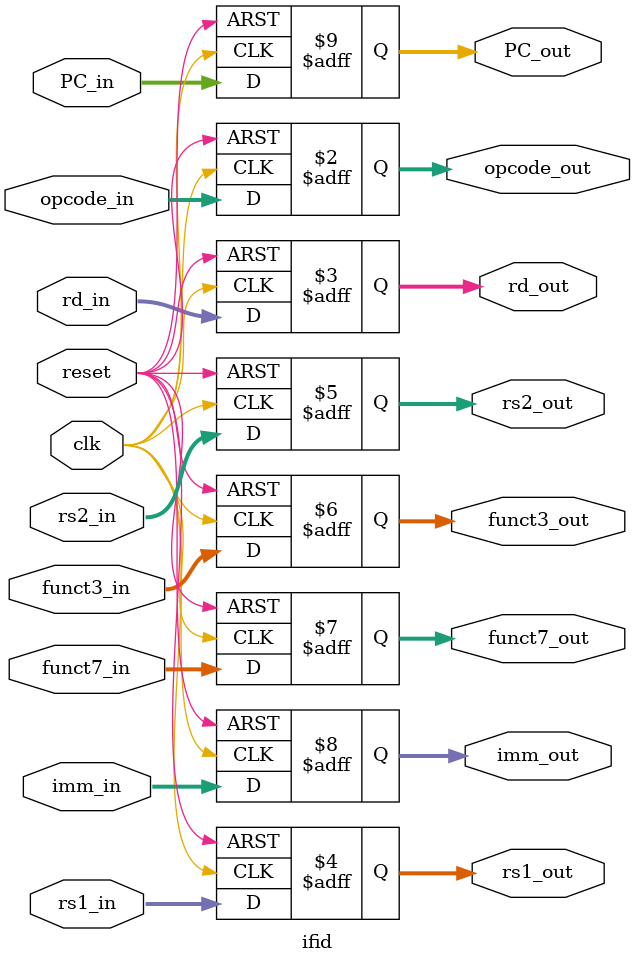
<source format=v>
module ifid (
    input clk, reset,
    input [6:0] opcode_in,
    input [4:0] rd_in, rs1_in, rs2_in,
    input [2:0] funct3_in,
    input [6:0] funct7_in,
    input  [63:0] imm_in, PC_in,
       // Added nextp input

    output reg [6:0] opcode_out,
    output reg [4:0] rd_out, rs1_out, rs2_out,
    output reg [2:0] funct3_out,
    output reg [6:0] funct7_out,
    output reg [63:0] imm_out, PC_out
 // Added nextp_out output
);

    always @(posedge clk or posedge reset) begin
        if (reset) begin
            opcode_out  <= 7'bx;
            rd_out      <= 5'bx;
            rs1_out     <= 5'bx; 
            rs2_out     <= 5'bx;
            funct3_out  <= 3'bx;
            funct7_out  <= 7'bx;
            imm_out     <= 64'bx;
            PC_out      <= 64'b0;  // Reset nextp_out as well
        end else begin
            opcode_out  <= opcode_in;
            rd_out      <= rd_in;
            rs1_out     <= rs1_in; 
            rs2_out     <= rs2_in;
            funct3_out  <= funct3_in;  // Fix: funct3_out was being assigned to itself
            funct7_out  <= funct7_in;  // Fix: funct7_out was being assigned to itself
            imm_out     <= imm_in;
            PC_out      <= PC_in;// Assign nextp input to nextp_out
        end
    end
endmodule

</source>
